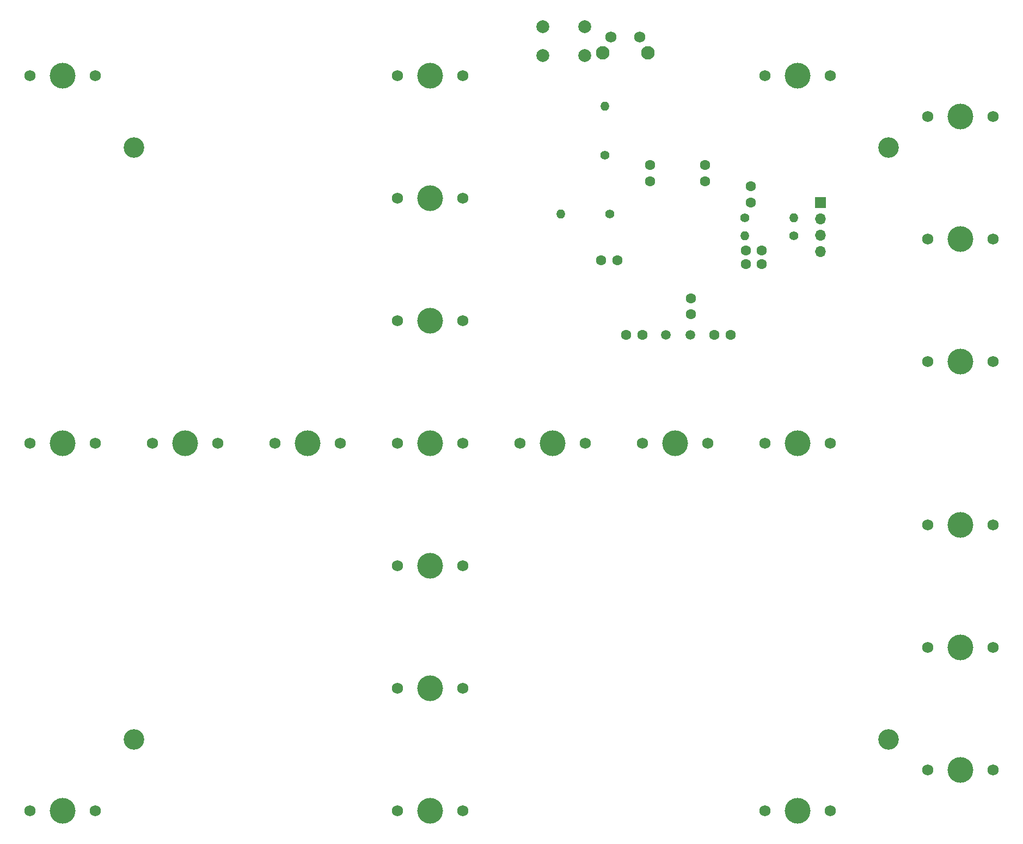
<source format=gbr>
%TF.GenerationSoftware,KiCad,Pcbnew,(6.0.4)*%
%TF.CreationDate,2022-05-19T11:32:38-03:00*%
%TF.ProjectId,G-Code_Keeb,472d436f-6465-45f4-9b65-65622e6b6963,1*%
%TF.SameCoordinates,Original*%
%TF.FileFunction,Soldermask,Top*%
%TF.FilePolarity,Negative*%
%FSLAX46Y46*%
G04 Gerber Fmt 4.6, Leading zero omitted, Abs format (unit mm)*
G04 Created by KiCad (PCBNEW (6.0.4)) date 2022-05-19 11:32:38*
%MOMM*%
%LPD*%
G01*
G04 APERTURE LIST*
%ADD10C,4.000000*%
%ADD11C,1.750000*%
%ADD12C,3.200000*%
%ADD13C,1.600000*%
%ADD14R,1.700000X1.700000*%
%ADD15O,1.700000X1.700000*%
%ADD16C,2.100000*%
%ADD17C,2.000000*%
%ADD18C,1.400000*%
%ADD19O,1.400000X1.400000*%
%ADD20C,1.500000*%
G04 APERTURE END LIST*
D10*
%TO.C,SW11*%
X85750000Y-142900000D03*
D11*
X90830000Y-142900000D03*
X80670000Y-142900000D03*
%TD*%
D12*
%TO.C,H2*%
X157050000Y-58800000D03*
%TD*%
D11*
%TO.C,SW21*%
X137820000Y-161950000D03*
X147980000Y-161950000D03*
D10*
X142900000Y-161950000D03*
%TD*%
D11*
%TO.C,SW17*%
X173280000Y-136500000D03*
X163120000Y-136500000D03*
D10*
X168200000Y-136500000D03*
%TD*%
D11*
%TO.C,SW4*%
X109880000Y-104800000D03*
X99720000Y-104800000D03*
D10*
X104800000Y-104800000D03*
%TD*%
D11*
%TO.C,SW14*%
X173280000Y-73050000D03*
D10*
X168200000Y-73050000D03*
D11*
X163120000Y-73050000D03*
%TD*%
D12*
%TO.C,H4*%
X39700000Y-58800000D03*
%TD*%
D11*
%TO.C,SW6*%
X147980000Y-104800000D03*
D10*
X142900000Y-104800000D03*
D11*
X137820000Y-104800000D03*
%TD*%
D12*
%TO.C,H1*%
X157050000Y-150800000D03*
%TD*%
D10*
%TO.C,SW18*%
X168200000Y-155550000D03*
D11*
X163120000Y-155550000D03*
X173280000Y-155550000D03*
%TD*%
%TO.C,SW19*%
X23520000Y-161950000D03*
D10*
X28600000Y-161950000D03*
D11*
X33680000Y-161950000D03*
%TD*%
%TO.C,SW16*%
X163120000Y-117450000D03*
X173280000Y-117450000D03*
D10*
X168200000Y-117450000D03*
%TD*%
D11*
%TO.C,SW15*%
X163120000Y-92100000D03*
D10*
X168200000Y-92100000D03*
D11*
X173280000Y-92100000D03*
%TD*%
%TO.C,SW9*%
X90830000Y-85750000D03*
X80670000Y-85750000D03*
D10*
X85750000Y-85750000D03*
%TD*%
D11*
%TO.C,SW13*%
X163120000Y-54000000D03*
D10*
X168200000Y-54000000D03*
D11*
X173280000Y-54000000D03*
%TD*%
%TO.C,SW2*%
X52730000Y-104800000D03*
D10*
X47650000Y-104800000D03*
D11*
X42570000Y-104800000D03*
%TD*%
%TO.C,SW8*%
X90830000Y-66700000D03*
D10*
X85750000Y-66700000D03*
D11*
X80670000Y-66700000D03*
%TD*%
D10*
%TO.C,SW5*%
X123850000Y-104800000D03*
D11*
X128930000Y-104800000D03*
X118770000Y-104800000D03*
%TD*%
%TO.C,SW1*%
X33680000Y-104800000D03*
X23520000Y-104800000D03*
D10*
X28600000Y-104800000D03*
%TD*%
%TO.C,SW7*%
X85750000Y-47650000D03*
D11*
X90830000Y-47650000D03*
X80670000Y-47650000D03*
%TD*%
%TO.C,SW12*%
X90830000Y-161950000D03*
D10*
X85750000Y-161950000D03*
D11*
X80670000Y-161950000D03*
%TD*%
%TO.C,SW23*%
X147980000Y-47650000D03*
X137820000Y-47650000D03*
D10*
X142900000Y-47650000D03*
%TD*%
D11*
%TO.C,SW20*%
X33680000Y-47650000D03*
X23520000Y-47650000D03*
D10*
X28600000Y-47650000D03*
%TD*%
D11*
%TO.C,SW3*%
X71780000Y-104800000D03*
X61620000Y-104800000D03*
D10*
X66700000Y-104800000D03*
%TD*%
D11*
%TO.C,SW10*%
X90830000Y-123850000D03*
X80670000Y-123850000D03*
D10*
X85750000Y-123850000D03*
%TD*%
D12*
%TO.C,H3*%
X39700000Y-150800000D03*
%TD*%
D11*
%TO.C,SW22*%
X80670000Y-104800000D03*
X90830000Y-104800000D03*
D10*
X85750000Y-104800000D03*
%TD*%
D13*
%TO.C,C1*%
X132439524Y-87900000D03*
X129939524Y-87900000D03*
%TD*%
D14*
%TO.C,J1*%
X146489524Y-67300000D03*
D15*
X146489524Y-69840000D03*
X146489524Y-72380000D03*
X146489524Y-74920000D03*
%TD*%
D13*
%TO.C,C7*%
X112339524Y-76300000D03*
X114839524Y-76300000D03*
%TD*%
D16*
%TO.C,SW24*%
X119600000Y-44052500D03*
X112590000Y-44052500D03*
D11*
X118350000Y-41562500D03*
X113850000Y-41562500D03*
%TD*%
D17*
%TO.C,SW25*%
X103300000Y-39950000D03*
X109800000Y-39950000D03*
X103300000Y-44450000D03*
X109800000Y-44450000D03*
%TD*%
D18*
%TO.C,R3*%
X112939524Y-60000000D03*
D19*
X112939524Y-52380000D03*
%TD*%
D13*
%TO.C,C9*%
X128500000Y-61500000D03*
X128500000Y-64000000D03*
%TD*%
D20*
%TO.C,Y1*%
X126239524Y-87900000D03*
X122439524Y-87900000D03*
%TD*%
D18*
%TO.C,R2*%
X134669524Y-69700000D03*
D19*
X142289524Y-69700000D03*
%TD*%
D13*
%TO.C,C8*%
X119939524Y-61500000D03*
X119939524Y-64000000D03*
%TD*%
%TO.C,C6*%
X126339524Y-84700000D03*
X126339524Y-82200000D03*
%TD*%
%TO.C,C5*%
X137339524Y-76900000D03*
X134839524Y-76900000D03*
%TD*%
%TO.C,C4*%
X135620646Y-64800000D03*
X135620646Y-67300000D03*
%TD*%
D18*
%TO.C,R1*%
X142289524Y-72500000D03*
D19*
X134669524Y-72500000D03*
%TD*%
D18*
%TO.C,R4*%
X113700000Y-69100000D03*
D19*
X106080000Y-69100000D03*
%TD*%
D13*
%TO.C,C2*%
X118739524Y-87900000D03*
X116239524Y-87900000D03*
%TD*%
%TO.C,C3*%
X137319524Y-74750000D03*
X134819524Y-74750000D03*
%TD*%
M02*

</source>
